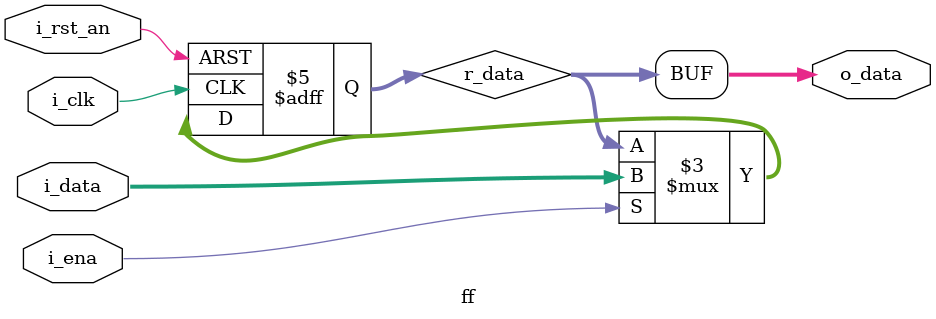
<source format=v>
module ff #(
  parameter gp_data_width = 8                  // Set input & output bit-width
) 
(
  input  wire                     i_rst_an,    // Asynchronous active low reset
  input  wire                     i_ena,       // Synchronous active high enable
  input  wire                     i_clk,       // Rising-edge clock
  input  wire [gp_data_width-1:0] i_data,      // Input data with gp_data_width bits MSB:LSB, signed or unsigned
  output wire [gp_data_width-1:0] o_data       // Output data with gp_data_width bits MSB:LSB, signed or unsigned
);
// -------------------------------------------------------------------
  reg [gp_data_width-1:0] r_data;
// -------------------------------------------------------------------  
  always @(posedge i_clk or negedge i_rst_an)
    begin: p_dff
      if (!i_rst_an)
        r_data <= 'd0;
      else if (i_ena)
        r_data <= i_data;  
    end
  
  assign o_data = r_data;
endmodule

</source>
